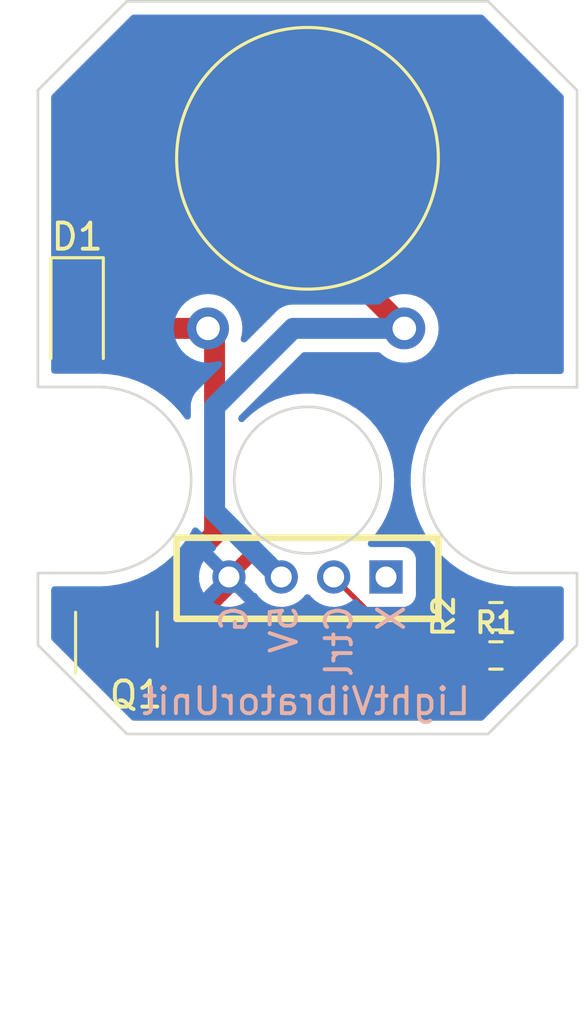
<source format=kicad_pcb>
(kicad_pcb (version 20211014) (generator pcbnew)
  (layers (0 "F.Cu" signal) (31 "B.Cu" signal) (34 "B.Paste" user) (35 "F.Paste" user) (36 "B.SilkS" user "B.Silkscreen") (37 "F.SilkS" user "F.Silkscreen") (38 "B.Mask" user) (39 "F.Mask" user) (44 "Edge.Cuts" user))
  (net 0 "")
  (net 1 "GND")
  (net 2 "unconnected-(CN1-Pad1)")
  (net 3 "Net-(CN1-Pad2)")
  (net 4 "VDD")
  (net 5 "Net-(Q1-Pad1)")
  (net 6 "Net-(D1-Pad2)")
  (footprint "akita:CON_GROVE_H" (layer "F.Cu") (at 10.3 22 180)
    (fp_text reference "CN1" hide)
    (fp_text value "CON_GROVE" hide)
    (fp_line (start -5 -1.6) (end 5 -1.6) (layer "F.SilkS") (width 0.254))
    (fp_line (start -5 1.5) (end 5 1.5) (layer "F.SilkS") (width 0.254))
    (fp_line (start -5 -1.6) (end -5 1.5) (layer "F.SilkS") (width 0.254))
    (fp_line (start -5 -1) (end -5 1) (layer "F.SilkS") (width 0.127))
    (fp_line (start 5 1.5) (end 5 -1.6) (layer "F.SilkS") (width 0.254))
    (pad "1" thru_hole rect (at -3 0 180) (size 1.27 1.27) (drill 0.8) (layers *.Cu *.Mask) (net 2 "unconnected-(CN1-Pad1)"))
    (pad "2" thru_hole circle (at -1 0 180) (size 1.27 1.27) (drill 0.8) (layers *.Cu *.Mask) (net 3 "Net-(CN1-Pad2)"))
    (pad "3" thru_hole circle (at 1 0 180) (size 1.27 1.27) (drill 0.8) (layers *.Cu *.Mask) (net 4 "VDD"))
    (pad "4" thru_hole circle (at 3 0 180) (size 1.27 1.27) (drill 0.8) (layers *.Cu *.Mask) (net 1 "GND"))
  )
  (footprint "Package_TO_SOT_SMD:SOT-23" (layer "F.Cu") (at 3 24 90)
    (fp_text reference "Q1" (at -2.5 0.75 180) (layer "F.SilkS"))
    (fp_text value "TR_NMOS_IRLML6344")
    (fp_line (start 0 -1.56) (end -1.675 -1.56) (layer "F.SilkS") (width 0.12))
    (fp_line (start 0 1.56) (end -0.65 1.56) (layer "F.SilkS") (width 0.12))
    (fp_line (start 0 -1.56) (end 0.65 -1.56) (layer "F.SilkS") (width 0.12))
    (fp_line (start 0 1.56) (end 0.65 1.56) (layer "F.SilkS") (width 0.12))
    (pad "1" smd roundrect locked (at -0.9375 -0.95 90) (size 1.475 0.6) (layers "F.Cu" "F.Paste" "F.Mask") (net 5 "Net-(Q1-Pad1)"))
    (pad "2" smd roundrect locked (at -0.9375 0.95 90) (size 1.475 0.6) (layers "F.Cu" "F.Paste" "F.Mask") (net 1 "GND"))
    (pad "3" smd roundrect locked (at 0.9375 0 90) (size 1.475 0.6) (layers "F.Cu" "F.Paste" "F.Mask") (net 6 "Net-(D1-Pad2)"))
  )
  (footprint "akita:Pad_TH09mm" (layer "F.Cu") (at 14 12.5 11)
    (fp_text reference "J1" hide)
    (fp_text value "Conn_01x01" hide)
    (pad "1" thru_hole circle locked (at 0 0 11) (size 1.6 1.6) (drill 0.9) (layers *.Cu *.Mask) (net 4 "VDD"))
  )
  (footprint "Resistor_SMD:R_0603_1608Metric" (layer "F.Cu") (at 17.5 23.5)
    (fp_text reference "R2" (at -2 0 90) (layer "F.SilkS") (effects (font (size 0.8 0.8))))
    (fp_text value "10k")
    (fp_line (start -0.237258 -0.5225) (end 0.237258 -0.5225) (layer "F.SilkS") (width 0.12))
    (fp_line (start -0.237258 0.5225) (end 0.237258 0.5225) (layer "F.SilkS") (width 0.12))
    (pad "1" smd roundrect locked (at -0.825 0) (size 0.8 0.95) (layers "F.Cu" "F.Paste" "F.Mask") (net 1 "GND"))
    (pad "2" smd roundrect locked (at 0.825 0) (size 0.8 0.95) (layers "F.Cu" "F.Paste" "F.Mask") (net 3 "Net-(CN1-Pad2)"))
  )
  (footprint "Diode_SMD:D_SOD-123F" (layer "F.Cu") (at 1.5 12 -90)
    (fp_text reference "D1" (at -3 0 180) (layer "F.SilkS"))
    (fp_text value "D")
    (fp_line (start -2.2 1) (end 1.65 1) (layer "F.SilkS") (width 0.12))
    (fp_line (start -2.2 -1) (end -2.2 1) (layer "F.SilkS") (width 0.12))
    (fp_line (start -2.2 -1) (end 1.65 -1) (layer "F.SilkS") (width 0.12))
    (pad "1" smd rect locked (at -1.4 0 270) (size 1.1 1.1) (layers "F.Cu" "F.Paste" "F.Mask") (net 4 "VDD"))
    (pad "2" smd rect locked (at 1.4 0 270) (size 1.1 1.1) (layers "F.Cu" "F.Paste" "F.Mask") (net 6 "Net-(D1-Pad2)"))
  )
  (footprint "akita:Pad_TH09mm" (layer "F.Cu") (at 6.5 12.5)
    (fp_text reference "J2" hide)
    (fp_text value "Conn_01x01" hide)
    (pad "1" thru_hole circle locked (at 0 0) (size 1.6 1.6) (drill 0.9) (layers *.Cu *.Mask) (net 6 "Net-(D1-Pad2)"))
  )
  (footprint "Resistor_SMD:R_0603_1608Metric" (layer "F.Cu") (at 17.5 25 180)
    (fp_text reference "R1" (at 0 1.25) (layer "F.SilkS") (effects (font (size 0.8 0.8))))
    (fp_text value "1k")
    (fp_line (start -0.237258 0.5225) (end 0.237258 0.5225) (layer "F.SilkS") (width 0.12))
    (fp_line (start -0.237258 -0.5225) (end 0.237258 -0.5225) (layer "F.SilkS") (width 0.12))
    (pad "1" smd roundrect locked (at -0.825 0 180) (size 0.8 0.95) (layers "F.Cu" "F.Paste" "F.Mask") (net 3 "Net-(CN1-Pad2)"))
    (pad "2" smd roundrect locked (at 0.825 0 180) (size 0.8 0.95) (layers "F.Cu" "F.Paste" "F.Mask") (net 5 "Net-(Q1-Pad1)"))
  )
  (gr_circle (center 10.3 6) (end 15.3 6) (layer "F.SilkS") (width 0.12) (fill none))
  (gr_line (start 0 24.6) (end 0 21.85) (layer "Edge.Cuts") (width 0.1))
  (gr_line (start 0 14.74) (end 2.3 14.74) (layer "Edge.Cuts") (width 0.1))
  (gr_line (start 20.6 21.85) (end 20.6 24.6) (layer "Edge.Cuts") (width 0.1))
  (gr_line (start 3.4 0) (end 17.2 0) (layer "Edge.Cuts") (width 0.1))
  (gr_line (start 0 3.4) (end 3.4 0) (layer "Edge.Cuts") (width 0.1))
  (gr_line (start 0 14.74) (end 0 3.4) (layer "Edge.Cuts") (width 0.1))
  (gr_line (start 0 24.6) (end 3.4 28) (layer "Edge.Cuts") (width 0.1))
  (gr_line (start 3.4 28) (end 17.2 28) (layer "Edge.Cuts") (width 0.1))
  (gr_line (start 20.6 3.4) (end 17.2 0) (layer "Edge.Cuts") (width 0.1))
  (gr_arc (start 2.3 14.74) (mid 5.855 18.295) (end 2.3 21.85) (layer "Edge.Cuts") (width 0.1))
  (gr_line (start 0 21.85) (end 2.3 21.85) (layer "Edge.Cuts") (width 0.1))
  (gr_circle (center 10.3 18.3) (end 13.1 18.3) (layer "Edge.Cuts") (width 0.1) (fill none))
  (gr_line (start 18.3 21.85) (end 20.6 21.85) (layer "Edge.Cuts") (width 0.1))
  (gr_line (start 18.3 14.75) (end 20.6 14.75) (layer "Edge.Cuts") (width 0.1))
  (gr_line (start 20.6 14.76) (end 20.6 3.4) (layer "Edge.Cuts") (width 0.1))
  (gr_line (start 17.2 28) (end 20.6 24.6) (layer "Edge.Cuts") (width 0.1))
  (gr_arc (start 18.3 21.85) (mid 14.75 18.3) (end 18.3 14.75) (layer "Edge.Cuts") (width 0.1))
  (gr_text "5V" (at 9.4 23 90) (layer "B.SilkS") (effects (font (size 1 1)) (justify left mirror)))
  (gr_text "G" (at 7.5 23 90) (layer "B.SilkS") (effects (font (size 1 1)) (justify left mirror)))
  (gr_text "Ctrl" (at 11.5 23 90) (layer "B.SilkS") (effects (font (size 1 1)) (justify left mirror)))
  (gr_text "LightVibratorUnit" (at 10.25 26.75) (layer "B.SilkS") (effects (font (size 1 1)) (justify mirror)))
  (gr_text "X" (at 13.5 23 90) (layer "B.SilkS") (effects (font (size 1 1)) (justify left mirror)))
  (segment (start 15.5 23.5) (end 15 24) (width 0.2) (layer "F.Cu") (net 1))
  (segment (start 15 24) (end 9.25 24) (width 0.2) (layer "F.Cu") (net 1))
  (segment (start 3.95 24.9375) (end 4.5625 24.9375) (width 0.8) (layer "F.Cu") (net 1))
  (segment (start 16.675 23.5) (end 15.5 23.5) (width 0.2) (layer "F.Cu") (net 1))
  (segment (start 4.5625 24.9375) (end 7.25 22.25) (width 0.8) (layer "F.Cu") (net 1))
  (segment (start 9.25 24) (end 7.25 22) (width 0.2) (layer "F.Cu") (net 1))
  (segment (start 13.3 22) (end 13.75 21.55) (width 0.2) (layer "F.Cu") (net 2))
  (segment (start 15.27452 22.72548) (end 17.72548 22.72548) (width 0.2) (layer "F.Cu") (net 3))
  (segment (start 14.75 23.25) (end 15.27452 22.72548) (width 0.2) (layer "F.Cu") (net 3))
  (segment (start 11.3 22) (end 12.55 23.25) (width 0.2) (layer "F.Cu") (net 3))
  (segment (start 17.72548 22.72548) (end 18.25 23.25) (width 0.2) (layer "F.Cu") (net 3))
  (segment (start 18.325 25) (end 18.325 23.675) (width 0.2) (layer "F.Cu") (net 3))
  (segment (start 18.325 23.675) (end 18.5 23.5) (width 0.2) (layer "F.Cu") (net 3))
  (segment (start 12.55 23.25) (end 14.75 23.25) (width 0.2) (layer "F.Cu") (net 3))
  (segment (start 18.325 25) (end 18.325 25.175) (width 0.2) (layer "F.Cu") (net 3))
  (segment (start 1.5 10.6) (end 12.1 10.6) (width 0.8) (layer "F.Cu") (net 4))
  (segment (start 12.1 10.6) (end 14 12.5) (width 0.8) (layer "F.Cu") (net 4))
  (segment (start 14 12.5) (end 9.75 12.5) (width 0.8) (layer "B.Cu") (net 4))
  (segment (start 6.75 19.5) (end 9.25 22) (width 0.8) (layer "B.Cu") (net 4))
  (segment (start 9.75 12.5) (end 6.75 15.5) (width 0.8) (layer "B.Cu") (net 4))
  (segment (start 6.75 15.5) (end 6.75 19.5) (width 0.8) (layer "B.Cu") (net 4))
  (segment (start 16.675 24.925) (end 16.75 25) (width 0.2) (layer "F.Cu") (net 5))
  (segment (start 3.5 26.75) (end 2 25.25) (width 0.2) (layer "F.Cu") (net 5))
  (segment (start 15 26.75) (end 3.5 26.75) (width 0.2) (layer "F.Cu") (net 5))
  (segment (start 16.75 25) (end 15 26.75) (width 0.2) (layer "F.Cu") (net 5))
  (segment (start 1.5 13.4) (end 1.5 13.25) (width 0.8) (layer "F.Cu") (net 6))
  (segment (start 4.0625 23.0625) (end 6.75 20.375) (width 0.8) (layer "F.Cu") (net 6))
  (segment (start 6.75 12.75) (end 6.5 12.5) (width 0.8) (layer "F.Cu") (net 6))
  (segment (start 6.75 20.375) (end 6.75 12.75) (width 0.8) (layer "F.Cu") (net 6))
  (segment (start 2.25 12.5) (end 6.5 12.5) (width 0.8) (layer "F.Cu") (net 6))
  (segment (start 3 23.0625) (end 4.0625 23.0625) (width 0.8) (layer "F.Cu") (net 6))
  (segment (start 1.5 13.25) (end 2.25 12.5) (width 0.8) (layer "F.Cu") (net 6))
  (zone (net 1) (net_name "GND") (layers F&B.Cu) (connect_pads (clearance 0.508)) (min_thickness 0.254) (fill yes (thermal_gap 0.508) (thermal_bridge_width 0.508))
    (polygon (pts (xy 21 28) (xy 0 28) (xy 0 0) (xy 21 0)))
  )
  (zone (net 1) (net_name "GND") (layers F&B.Cu) (connect_pads (clearance 0.508)) (min_thickness 0.254) (fill yes (thermal_gap 0.508) (thermal_bridge_width 0.508))
    (polygon (pts (xy 21 28) (xy 0 28) (xy 0 0) (xy 21 0)))
  )
)
</source>
